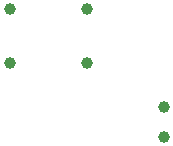
<source format=gbr>
%TF.GenerationSoftware,KiCad,Pcbnew,9.0.4*%
%TF.CreationDate,2025-10-02T17:10:40-05:00*%
%TF.ProjectId,firstExcercise,66697273-7445-4786-9365-72636973652e,rev?*%
%TF.SameCoordinates,Original*%
%TF.FileFunction,Plated,1,2,PTH,Drill*%
%TF.FilePolarity,Positive*%
%FSLAX46Y46*%
G04 Gerber Fmt 4.6, Leading zero omitted, Abs format (unit mm)*
G04 Created by KiCad (PCBNEW 9.0.4) date 2025-10-02 17:10:40*
%MOMM*%
%LPD*%
G01*
G04 APERTURE LIST*
%TA.AperFunction,ComponentDrill*%
%ADD10C,1.000000*%
%TD*%
G04 APERTURE END LIST*
D10*
%TO.C,SW1*%
X121000000Y-86500000D03*
X121000000Y-91000000D03*
X127500000Y-86500000D03*
X127500000Y-91000000D03*
%TO.C,D1*%
X134000000Y-94730000D03*
X134000000Y-97270000D03*
M02*

</source>
